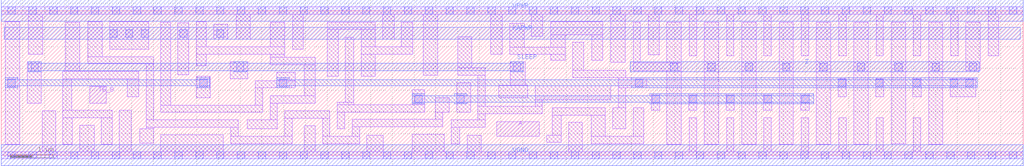
<source format=lef>
# Copyright 2020 The SkyWater PDK Authors
#
# Licensed under the Apache License, Version 2.0 (the "License");
# you may not use this file except in compliance with the License.
# You may obtain a copy of the License at
#
#     https://www.apache.org/licenses/LICENSE-2.0
#
# Unless required by applicable law or agreed to in writing, software
# distributed under the License is distributed on an "AS IS" BASIS,
# WITHOUT WARRANTIES OR CONDITIONS OF ANY KIND, either express or implied.
# See the License for the specific language governing permissions and
# limitations under the License.
#
# SPDX-License-Identifier: Apache-2.0

VERSION 5.7 ;
  NOWIREEXTENSIONATPIN ON ;
  DIVIDERCHAR "/" ;
  BUSBITCHARS "[]" ;
UNITS
  DATABASE MICRONS 200 ;
END UNITS
MACRO sky130_fd_sc_lp__busdrivernovlpsleep_20
  CLASS CORE ;
  FOREIGN sky130_fd_sc_lp__busdrivernovlpsleep_20 ;
  ORIGIN  0.000000  0.000000 ;
  SIZE  23.52000 BY  3.330000 ;
  SYMMETRY X Y ;
  SITE unit ;
  PIN A
    ANTENNAGATEAREA  1.260000 ;
    DIRECTION INPUT ;
    USE SIGNAL ;
    PORT
      LAYER li1 ;
        RECT 11.400000 0.440000 12.385000 0.770000 ;
    END
  END A
  PIN SLEEP
    ANTENNAGATEAREA  1.228000 ;
    DIRECTION INPUT ;
    USE SIGNAL ;
    PORT
      LAYER met1 ;
        RECT  0.625000 1.920000  0.915000 1.950000 ;
        RECT  0.625000 1.950000 12.010000 2.120000 ;
        RECT  0.625000 2.120000  0.915000 2.150000 ;
        RECT  5.355000 1.920000  5.645000 1.950000 ;
        RECT  5.355000 2.120000  5.645000 2.150000 ;
        RECT 11.720000 1.920000 12.010000 1.950000 ;
        RECT 11.720000 2.120000 12.010000 2.150000 ;
    END
  END SLEEP
  PIN TE_B
    ANTENNAGATEAREA  0.348000 ;
    DIRECTION INPUT ;
    USE SIGNAL ;
    PORT
      LAYER li1 ;
        RECT 2.035000 1.200000 2.415000 1.590000 ;
    END
  END TE_B
  PIN Z
    ANTENNADIFFAREA  4.968000 ;
    DIRECTION OUTPUT ;
    USE SIGNAL ;
    PORT
      LAYER met1 ;
        RECT 14.480000 1.920000 22.510000 2.150000 ;
    END
  END Z
  PIN KAPWR
    DIRECTION INOUT ;
    USE POWER ;
    PORT
      LAYER met1 ;
        RECT 0.070000 2.675000 23.450000 2.945000 ;
    END
  END KAPWR
  PIN VGND
    DIRECTION INOUT ;
    USE GROUND ;
    PORT
      LAYER met1 ;
        RECT 0.000000 -0.245000 23.520000 0.245000 ;
    END
  END VGND
  PIN VPWR
    DIRECTION INOUT ;
    USE POWER ;
    PORT
      LAYER met1 ;
        RECT 0.000000 3.085000 23.520000 3.575000 ;
    END
  END VPWR
  OBS
    LAYER li1 ;
      RECT  0.000000 -0.085000 23.520000 0.085000 ;
      RECT  0.000000  3.245000 23.520000 3.415000 ;
      RECT  0.095000  0.255000  0.425000 3.075000 ;
      RECT  0.595000  1.200000  0.925000 2.150000 ;
      RECT  0.625000  2.320000  0.955000 3.245000 ;
      RECT  0.945000  0.085000  1.250000 1.020000 ;
      RECT  1.420000  0.255000  1.635000 0.860000 ;
      RECT  1.420000  0.860000  2.550000 1.030000 ;
      RECT  1.420000  1.030000  1.625000 1.760000 ;
      RECT  1.420000  1.760000  3.165000 1.930000 ;
      RECT  1.475000  1.930000  1.805000 3.065000 ;
      RECT  1.805000  0.085000  2.135000 0.690000 ;
      RECT  1.995000  2.100000  3.505000 2.270000 ;
      RECT  1.995000  2.270000  2.325000 3.075000 ;
      RECT  2.305000  0.255000  2.550000 0.860000 ;
      RECT  2.495000  2.440000  3.400000 3.075000 ;
      RECT  2.720000  0.085000  2.995000 1.040000 ;
      RECT  2.900000  1.345000  3.165000 1.760000 ;
      RECT  3.185000  0.275000  3.505000 0.605000 ;
      RECT  3.335000  0.605000  3.505000 0.645000 ;
      RECT  3.335000  0.645000  5.455000 0.815000 ;
      RECT  3.335000  0.815000  3.505000 2.100000 ;
      RECT  3.675000  0.085000  5.110000 0.475000 ;
      RECT  3.675000  0.985000  6.015000 1.155000 ;
      RECT  3.675000  1.155000  3.895000 3.065000 ;
      RECT  4.065000  1.850000  4.315000 3.045000 ;
      RECT  4.485000  1.325000  4.815000 1.815000 ;
      RECT  4.485000  2.060000  4.715000 2.325000 ;
      RECT  4.485000  2.325000  6.525000 2.495000 ;
      RECT  4.485000  2.495000  4.715000 3.070000 ;
      RECT  4.885000  2.665000  5.215000 3.015000 ;
      RECT  5.270000  1.765000  5.675000 2.155000 ;
      RECT  5.285000  0.265000  6.695000 0.435000 ;
      RECT  5.285000  0.435000  5.455000 0.645000 ;
      RECT  5.405000  2.665000  5.735000 3.245000 ;
      RECT  5.660000  0.605000  6.355000 0.815000 ;
      RECT  5.845000  1.155000  6.015000 1.550000 ;
      RECT  5.845000  1.550000  6.760000 1.720000 ;
      RECT  6.185000  0.815000  6.355000 1.200000 ;
      RECT  6.185000  1.200000  7.230000 1.370000 ;
      RECT  6.195000  2.085000  7.230000 2.255000 ;
      RECT  6.195000  2.255000  6.525000 2.325000 ;
      RECT  6.195000  2.495000  6.525000 3.065000 ;
      RECT  6.335000  1.720000  6.760000 1.905000 ;
      RECT  6.525000  0.435000  6.695000 0.850000 ;
      RECT  6.525000  0.850000  7.565000 1.020000 ;
      RECT  6.705000  2.435000  6.955000 3.245000 ;
      RECT  6.970000  1.370000  7.230000 2.085000 ;
      RECT  6.975000  0.085000  7.225000 0.680000 ;
      RECT  7.395000  0.265000  8.245000 0.435000 ;
      RECT  7.395000  0.435000  7.565000 0.850000 ;
      RECT  7.500000  1.815000  7.750000 2.895000 ;
      RECT  7.500000  2.895000  8.610000 3.065000 ;
      RECT  7.735000  0.605000  7.905000 0.995000 ;
      RECT  7.735000  0.995000  9.745000 1.165000 ;
      RECT  7.735000  1.165000  8.110000 1.225000 ;
      RECT  7.920000  1.225000  8.110000 2.715000 ;
      RECT  8.075000  0.435000  8.245000 0.655000 ;
      RECT  8.075000  0.655000 10.155000 0.825000 ;
      RECT  8.280000  1.815000  8.610000 2.320000 ;
      RECT  8.280000  2.320000  9.470000 2.500000 ;
      RECT  8.280000  2.500000  8.610000 2.895000 ;
      RECT  8.415000  0.085000  8.785000 0.465000 ;
      RECT  8.780000  2.670000  9.040000 3.245000 ;
      RECT  9.210000  2.500000  9.470000 3.065000 ;
      RECT  9.455000  0.085000 10.190000 0.485000 ;
      RECT  9.455000  1.165000  9.745000 1.505000 ;
      RECT  9.710000  1.845000 10.040000 3.245000 ;
      RECT  9.985000  0.825000 10.155000 0.995000 ;
      RECT  9.985000  0.995000 10.315000 1.325000 ;
      RECT 10.360000  0.265000 10.550000 0.645000 ;
      RECT 10.360000  0.645000 11.140000 0.815000 ;
      RECT 10.485000  0.995000 10.800000 1.665000 ;
      RECT 10.500000  1.845000 11.140000 2.015000 ;
      RECT 10.500000  2.015000 10.830000 2.725000 ;
      RECT 10.720000  0.085000 11.050000 0.465000 ;
      RECT 10.970000  0.815000 11.140000 0.955000 ;
      RECT 10.970000  0.955000 12.455000 1.130000 ;
      RECT 10.970000  1.130000 11.140000 1.845000 ;
      RECT 11.270000  2.320000 11.530000 3.245000 ;
      RECT 11.445000  1.325000 12.115000 1.615000 ;
      RECT 11.700000  2.320000 12.980000 2.490000 ;
      RECT 11.700000  2.490000 12.030000 3.035000 ;
      RECT 11.710000  1.615000 12.055000 2.150000 ;
      RECT 12.200000  2.735000 12.460000 3.245000 ;
      RECT 12.285000  1.130000 12.455000 1.275000 ;
      RECT 12.285000  1.275000 14.030000 1.605000 ;
      RECT 12.555000  0.295000 12.885000 0.465000 ;
      RECT 12.650000  2.185000 12.980000 2.320000 ;
      RECT 12.650000  2.490000 12.980000 2.775000 ;
      RECT 12.650000  2.775000 13.840000 3.075000 ;
      RECT 12.680000  0.465000 12.885000 0.925000 ;
      RECT 12.680000  0.925000 13.905000 1.095000 ;
      RECT 13.055000  0.085000 13.365000 0.755000 ;
      RECT 13.150000  1.785000 14.370000 1.955000 ;
      RECT 13.150000  1.955000 13.410000 2.605000 ;
      RECT 13.575000  0.265000 14.790000 0.435000 ;
      RECT 13.575000  0.435000 13.905000 0.925000 ;
      RECT 13.590000  2.185000 13.840000 2.775000 ;
      RECT 14.025000  2.135000 14.360000 3.245000 ;
      RECT 14.075000  0.615000 14.370000 1.095000 ;
      RECT 14.200000  1.095000 14.370000 1.550000 ;
      RECT 14.200000  1.550000 14.860000 1.780000 ;
      RECT 14.200000  1.780000 14.370000 1.785000 ;
      RECT 14.540000  0.435000 14.790000 1.095000 ;
      RECT 14.540000  1.950000 15.650000 2.130000 ;
      RECT 14.540000  2.130000 14.710000 3.065000 ;
      RECT 14.890000  2.310000 15.140000 3.245000 ;
      RECT 14.960000  1.035000 15.150000 1.410000 ;
      RECT 15.320000  0.255000 15.650000 1.950000 ;
      RECT 15.320000  2.130000 15.650000 3.065000 ;
      RECT 15.820000  1.035000 16.010000 1.410000 ;
      RECT 15.830000  0.085000 16.000000 0.865000 ;
      RECT 15.830000  2.290000 16.000000 3.245000 ;
      RECT 16.180000  0.255000 16.510000 3.065000 ;
      RECT 16.680000  1.035000 16.870000 1.410000 ;
      RECT 16.690000  0.085000 16.860000 0.865000 ;
      RECT 16.690000  2.290000 16.860000 3.245000 ;
      RECT 17.040000  0.255000 17.370000 3.065000 ;
      RECT 17.540000  1.035000 17.730000 1.410000 ;
      RECT 17.550000  0.085000 17.720000 0.865000 ;
      RECT 17.550000  2.290000 17.720000 3.245000 ;
      RECT 17.900000  0.255000 18.230000 3.065000 ;
      RECT 18.400000  1.035000 18.590000 1.410000 ;
      RECT 18.410000  0.085000 18.580000 0.865000 ;
      RECT 18.410000  2.290000 18.580000 3.245000 ;
      RECT 18.760000  0.255000 19.090000 3.065000 ;
      RECT 19.260000  1.345000 19.450000 1.760000 ;
      RECT 19.270000  0.085000 19.440000 0.865000 ;
      RECT 19.270000  2.290000 19.440000 3.245000 ;
      RECT 19.620000  0.255000 19.950000 3.065000 ;
      RECT 20.120000  1.345000 20.310000 1.760000 ;
      RECT 20.130000  0.085000 20.300000 0.865000 ;
      RECT 20.130000  2.290000 20.300000 3.245000 ;
      RECT 20.480000  0.260000 20.810000 3.065000 ;
      RECT 20.980000  1.345000 21.170000 1.760000 ;
      RECT 20.990000  0.085000 21.160000 0.865000 ;
      RECT 20.990000  2.290000 21.160000 3.245000 ;
      RECT 21.340000  0.255000 21.670000 3.065000 ;
      RECT 21.840000  1.345000 22.430000 1.760000 ;
      RECT 21.850000  2.290000 22.020000 3.245000 ;
      RECT 22.200000  1.940000 22.530000 3.065000 ;
      RECT 22.710000  2.290000 22.960000 3.245000 ;
    LAYER mcon ;
      RECT  0.155000 -0.085000  0.325000 0.085000 ;
      RECT  0.155000  1.580000  0.325000 1.750000 ;
      RECT  0.155000  3.245000  0.325000 3.415000 ;
      RECT  0.635000 -0.085000  0.805000 0.085000 ;
      RECT  0.635000  3.245000  0.805000 3.415000 ;
      RECT  0.685000  1.950000  0.855000 2.120000 ;
      RECT  1.115000 -0.085000  1.285000 0.085000 ;
      RECT  1.115000  3.245000  1.285000 3.415000 ;
      RECT  1.595000 -0.085000  1.765000 0.085000 ;
      RECT  1.595000  3.245000  1.765000 3.415000 ;
      RECT  2.075000 -0.085000  2.245000 0.085000 ;
      RECT  2.075000  3.245000  2.245000 3.415000 ;
      RECT  2.500000  2.715000  2.670000 2.885000 ;
      RECT  2.555000 -0.085000  2.725000 0.085000 ;
      RECT  2.555000  3.245000  2.725000 3.415000 ;
      RECT  2.860000  2.715000  3.030000 2.885000 ;
      RECT  3.035000 -0.085000  3.205000 0.085000 ;
      RECT  3.035000  3.245000  3.205000 3.415000 ;
      RECT  3.220000  2.715000  3.390000 2.885000 ;
      RECT  3.515000 -0.085000  3.685000 0.085000 ;
      RECT  3.515000  3.245000  3.685000 3.415000 ;
      RECT  3.995000 -0.085000  4.165000 0.085000 ;
      RECT  3.995000  3.245000  4.165000 3.415000 ;
      RECT  4.105000  2.715000  4.275000 2.885000 ;
      RECT  4.475000 -0.085000  4.645000 0.085000 ;
      RECT  4.475000  3.245000  4.645000 3.415000 ;
      RECT  4.565000  1.580000  4.735000 1.750000 ;
      RECT  4.955000 -0.085000  5.125000 0.085000 ;
      RECT  4.955000  2.715000  5.125000 2.885000 ;
      RECT  4.955000  3.245000  5.125000 3.415000 ;
      RECT  5.415000  1.950000  5.585000 2.120000 ;
      RECT  5.435000 -0.085000  5.605000 0.085000 ;
      RECT  5.435000  3.245000  5.605000 3.415000 ;
      RECT  5.915000 -0.085000  6.085000 0.085000 ;
      RECT  5.915000  3.245000  6.085000 3.415000 ;
      RECT  6.395000 -0.085000  6.565000 0.085000 ;
      RECT  6.395000  1.580000  6.565000 1.750000 ;
      RECT  6.395000  3.245000  6.565000 3.415000 ;
      RECT  6.875000 -0.085000  7.045000 0.085000 ;
      RECT  6.875000  3.245000  7.045000 3.415000 ;
      RECT  7.355000 -0.085000  7.525000 0.085000 ;
      RECT  7.355000  3.245000  7.525000 3.415000 ;
      RECT  7.835000 -0.085000  8.005000 0.085000 ;
      RECT  7.835000  3.245000  8.005000 3.415000 ;
      RECT  8.315000 -0.085000  8.485000 0.085000 ;
      RECT  8.315000  3.245000  8.485000 3.415000 ;
      RECT  8.795000 -0.085000  8.965000 0.085000 ;
      RECT  8.795000  3.245000  8.965000 3.415000 ;
      RECT  9.275000 -0.085000  9.445000 0.085000 ;
      RECT  9.275000  3.245000  9.445000 3.415000 ;
      RECT  9.515000  1.210000  9.685000 1.380000 ;
      RECT  9.755000 -0.085000  9.925000 0.085000 ;
      RECT  9.755000  3.245000  9.925000 3.415000 ;
      RECT 10.235000 -0.085000 10.405000 0.085000 ;
      RECT 10.235000  3.245000 10.405000 3.415000 ;
      RECT 10.485000  1.210000 10.655000 1.380000 ;
      RECT 10.715000 -0.085000 10.885000 0.085000 ;
      RECT 10.715000  3.245000 10.885000 3.415000 ;
      RECT 11.195000 -0.085000 11.365000 0.085000 ;
      RECT 11.195000  3.245000 11.365000 3.415000 ;
      RECT 11.675000 -0.085000 11.845000 0.085000 ;
      RECT 11.675000  3.245000 11.845000 3.415000 ;
      RECT 11.780000  1.950000 11.950000 2.120000 ;
      RECT 12.155000 -0.085000 12.325000 0.085000 ;
      RECT 12.155000  3.245000 12.325000 3.415000 ;
      RECT 12.635000 -0.085000 12.805000 0.085000 ;
      RECT 12.635000  3.245000 12.805000 3.415000 ;
      RECT 13.115000 -0.085000 13.285000 0.085000 ;
      RECT 13.115000  3.245000 13.285000 3.415000 ;
      RECT 13.595000 -0.085000 13.765000 0.085000 ;
      RECT 13.595000  3.245000 13.765000 3.415000 ;
      RECT 14.075000 -0.085000 14.245000 0.085000 ;
      RECT 14.075000  3.245000 14.245000 3.415000 ;
      RECT 14.555000 -0.085000 14.725000 0.085000 ;
      RECT 14.555000  3.245000 14.725000 3.415000 ;
      RECT 14.595000  1.580000 14.765000 1.750000 ;
      RECT 14.980000  1.210000 15.150000 1.380000 ;
      RECT 15.035000 -0.085000 15.205000 0.085000 ;
      RECT 15.035000  3.245000 15.205000 3.415000 ;
      RECT 15.400000  1.950000 15.570000 2.120000 ;
      RECT 15.515000 -0.085000 15.685000 0.085000 ;
      RECT 15.515000  3.245000 15.685000 3.415000 ;
      RECT 15.840000  1.210000 16.010000 1.380000 ;
      RECT 15.995000 -0.085000 16.165000 0.085000 ;
      RECT 15.995000  3.245000 16.165000 3.415000 ;
      RECT 16.260000  1.950000 16.430000 2.120000 ;
      RECT 16.475000 -0.085000 16.645000 0.085000 ;
      RECT 16.475000  3.245000 16.645000 3.415000 ;
      RECT 16.700000  1.210000 16.870000 1.380000 ;
      RECT 16.955000 -0.085000 17.125000 0.085000 ;
      RECT 16.955000  3.245000 17.125000 3.415000 ;
      RECT 17.120000  1.950000 17.290000 2.120000 ;
      RECT 17.435000 -0.085000 17.605000 0.085000 ;
      RECT 17.435000  3.245000 17.605000 3.415000 ;
      RECT 17.560000  1.210000 17.730000 1.380000 ;
      RECT 17.915000 -0.085000 18.085000 0.085000 ;
      RECT 17.915000  3.245000 18.085000 3.415000 ;
      RECT 17.980000  1.950000 18.150000 2.120000 ;
      RECT 18.395000 -0.085000 18.565000 0.085000 ;
      RECT 18.395000  3.245000 18.565000 3.415000 ;
      RECT 18.420000  1.210000 18.590000 1.380000 ;
      RECT 18.840000  1.950000 19.010000 2.120000 ;
      RECT 18.875000 -0.085000 19.045000 0.085000 ;
      RECT 18.875000  3.245000 19.045000 3.415000 ;
      RECT 19.260000  1.580000 19.430000 1.750000 ;
      RECT 19.355000 -0.085000 19.525000 0.085000 ;
      RECT 19.355000  3.245000 19.525000 3.415000 ;
      RECT 19.700000  1.950000 19.870000 2.120000 ;
      RECT 19.835000 -0.085000 20.005000 0.085000 ;
      RECT 19.835000  3.245000 20.005000 3.415000 ;
      RECT 20.120000  1.580000 20.290000 1.750000 ;
      RECT 20.315000 -0.085000 20.485000 0.085000 ;
      RECT 20.315000  3.245000 20.485000 3.415000 ;
      RECT 20.560000  1.950000 20.730000 2.120000 ;
      RECT 20.795000 -0.085000 20.965000 0.085000 ;
      RECT 20.795000  3.245000 20.965000 3.415000 ;
      RECT 20.980000  1.580000 21.150000 1.750000 ;
      RECT 21.275000 -0.085000 21.445000 0.085000 ;
      RECT 21.275000  3.245000 21.445000 3.415000 ;
      RECT 21.420000  1.950000 21.590000 2.120000 ;
      RECT 21.755000 -0.085000 21.925000 0.085000 ;
      RECT 21.755000  3.245000 21.925000 3.415000 ;
      RECT 21.840000  1.580000 22.010000 1.750000 ;
      RECT 22.200000  1.580000 22.370000 1.750000 ;
      RECT 22.235000 -0.085000 22.405000 0.085000 ;
      RECT 22.235000  3.245000 22.405000 3.415000 ;
      RECT 22.280000  1.950000 22.450000 2.120000 ;
      RECT 22.715000 -0.085000 22.885000 0.085000 ;
      RECT 22.715000  3.245000 22.885000 3.415000 ;
      RECT 23.195000 -0.085000 23.365000 0.085000 ;
      RECT 23.195000  3.245000 23.365000 3.415000 ;
    LAYER met1 ;
      RECT  0.095000 1.550000  0.385000 1.595000 ;
      RECT  0.095000 1.595000  4.795000 1.735000 ;
      RECT  0.095000 1.735000  0.385000 1.780000 ;
      RECT  4.505000 1.550000  4.795000 1.595000 ;
      RECT  4.505000 1.735000  4.795000 1.780000 ;
      RECT  6.335000 1.550000  6.625000 1.595000 ;
      RECT  6.335000 1.595000 22.465000 1.735000 ;
      RECT  6.335000 1.735000  6.625000 1.780000 ;
      RECT  9.455000 1.180000  9.745000 1.225000 ;
      RECT  9.455000 1.225000 18.695000 1.365000 ;
      RECT  9.455000 1.365000  9.745000 1.410000 ;
      RECT 10.425000 1.180000 10.715000 1.225000 ;
      RECT 10.425000 1.365000 10.715000 1.410000 ;
      RECT 14.500000 1.735000 22.465000 1.780000 ;
      RECT 14.505000 1.550000 22.465000 1.595000 ;
      RECT 14.920000 1.180000 18.695000 1.225000 ;
      RECT 14.920000 1.365000 18.695000 1.410000 ;
  END
END sky130_fd_sc_lp__busdrivernovlpsleep_20
END LIBRARY

</source>
